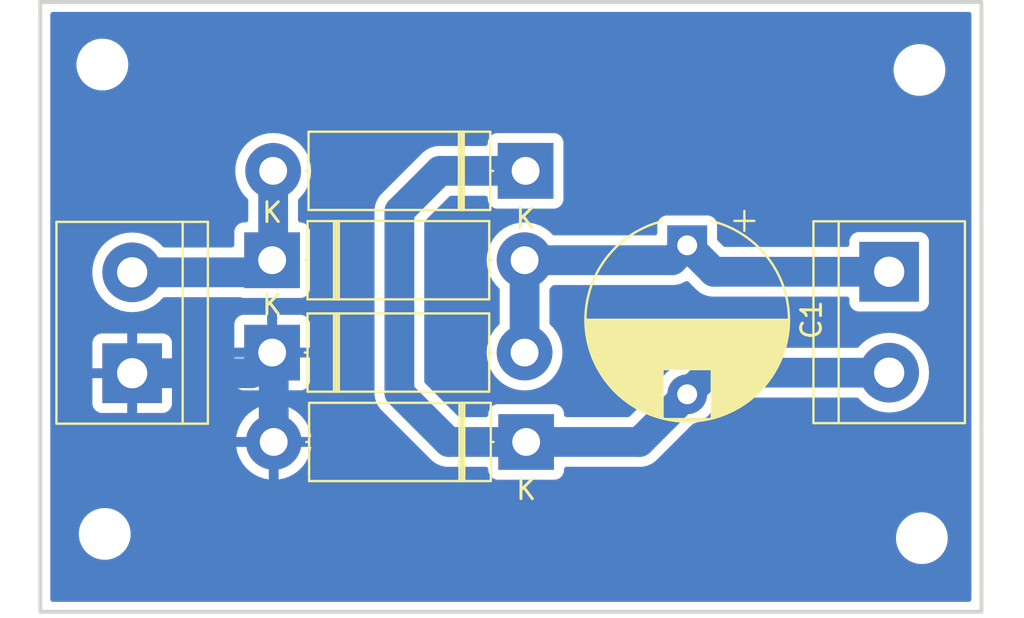
<source format=kicad_pcb>
(kicad_pcb (version 20240108) (generator "pcbnew") (generator_version "8.0")
  (layers (0 "F.Cu" signal) (31 "B.Cu" signal) (34 "B.Paste" user) (35 "F.Paste" user) (36 "B.SilkS" user "B.Silkscreen") (37 "F.SilkS" user "F.Silkscreen") (38 "B.Mask" user) (39 "F.Mask" user) (44 "Edge.Cuts" user))
  (net 0 "")
  (net 1 "Net-(D1-A)")
  (net 2 "Net-(D3-K)")
  (net 3 "Net-(D1-K)")
  (net 4 "GND")
  (footprint "MountingHole:MountingHole_2.1mm" (layer "F.Cu") (at 133.604 80.772)
    (property "Reference" "H3" (hide yes))
    (property "Value" "MountingHole")
    (pad "" np_thru_hole circle (at 0 0) (size 2.1 2.1) (drill 2.1) (layers "*.Cu" "*.Mask"))
  )
  (footprint "MountingHole:MountingHole_2.1mm" (layer "F.Cu") (at 92.5 80.5)
    (property "Reference" "H1" (hide yes))
    (property "Value" "MountingHole")
    (pad "" np_thru_hole circle (at 0 0) (size 2.1 2.1) (drill 2.1) (layers "*.Cu" "*.Mask"))
  )
  (footprint "Diode_THT:D_5W_P12.70mm_Horizontal" (layer "F.Cu") (at 101.04 90.35)
    (property "Reference" "D1" (hide yes))
    (property "Value" "D" (hide yes))
    (fp_line (start 1.64 0) (end 1.78 0) (stroke (width 0.12)) (layer "F.SilkS"))
    (fp_line (start 1.78 -1.97) (end 1.78 1.97) (stroke (width 0.12)) (layer "F.SilkS"))
    (fp_line (start 1.78 1.97) (end 10.92 1.97) (stroke (width 0.12)) (layer "F.SilkS"))
    (fp_line (start 3.115 -1.97) (end 3.115 1.97) (stroke (width 0.12)) (layer "F.SilkS"))
    (fp_line (start 3.235 -1.97) (end 3.235 1.97) (stroke (width 0.12)) (layer "F.SilkS"))
    (fp_line (start 3.355 -1.97) (end 3.355 1.97) (stroke (width 0.12)) (layer "F.SilkS"))
    (fp_line (start 10.92 -1.97) (end 1.78 -1.97) (stroke (width 0.12)) (layer "F.SilkS"))
    (fp_line (start 10.92 1.97) (end 10.92 -1.97) (stroke (width 0.12)) (layer "F.SilkS"))
    (fp_line (start 11.06 0) (end 10.92 0) (stroke (width 0.12)) (layer "F.SilkS"))
    (fp_text user "K" (at 0 -2.4 0) (layer "F.SilkS"))
    (pad "1" thru_hole rect (at 0 0) (size 2.8 2.8) (drill 1.4) (layers "*.Cu" "*.Mask") (net 3 "Net-(D1-K)"))
    (pad "2" thru_hole oval (at 12.7 0) (size 2.8 2.8) (drill 1.4) (layers "*.Cu" "*.Mask") (net 1 "Net-(D1-A)"))
  )
  (footprint "Diode_THT:D_5W_P12.70mm_Horizontal" (layer "F.Cu") (at 101.04 95)
    (property "Reference" "D2" (hide yes))
    (property "Value" "D" (hide yes))
    (fp_line (start 1.64 0) (end 1.78 0) (stroke (width 0.12)) (layer "F.SilkS"))
    (fp_line (start 1.78 -1.97) (end 1.78 1.97) (stroke (width 0.12)) (layer "F.SilkS"))
    (fp_line (start 1.78 1.97) (end 10.92 1.97) (stroke (width 0.12)) (layer "F.SilkS"))
    (fp_line (start 3.115 -1.97) (end 3.115 1.97) (stroke (width 0.12)) (layer "F.SilkS"))
    (fp_line (start 3.235 -1.97) (end 3.235 1.97) (stroke (width 0.12)) (layer "F.SilkS"))
    (fp_line (start 3.355 -1.97) (end 3.355 1.97) (stroke (width 0.12)) (layer "F.SilkS"))
    (fp_line (start 10.92 -1.97) (end 1.78 -1.97) (stroke (width 0.12)) (layer "F.SilkS"))
    (fp_line (start 10.92 1.97) (end 10.92 -1.97) (stroke (width 0.12)) (layer "F.SilkS"))
    (fp_line (start 11.06 0) (end 10.92 0) (stroke (width 0.12)) (layer "F.SilkS"))
    (fp_text user "K" (at 0 -2.4 0) (layer "F.SilkS"))
    (pad "1" thru_hole rect (at 0 0) (size 2.8 2.8) (drill 1.4) (layers "*.Cu" "*.Mask") (net 4 "GND"))
    (pad "2" thru_hole oval (at 12.7 0) (size 2.8 2.8) (drill 1.4) (layers "*.Cu" "*.Mask") (net 1 "Net-(D1-A)"))
  )
  (footprint "MountingHole:MountingHole_2.1mm" (layer "F.Cu") (at 92.62 104.13)
    (property "Reference" "H2" (hide yes))
    (property "Value" "MountingHole")
    (pad "" np_thru_hole circle (at 0 0) (size 2.1 2.1) (drill 2.1) (layers "*.Cu" "*.Mask"))
  )
  (footprint "Diode_THT:D_5W_P12.70mm_Horizontal" (layer "F.Cu") (at 113.792 85.852 180)
    (property "Reference" "D3" (hide yes))
    (property "Value" "D" (hide yes))
    (fp_line (start 11.06 0) (end 10.92 0) (stroke (width 0.12)) (layer "F.SilkS"))
    (fp_line (start 10.92 1.97) (end 10.92 -1.97) (stroke (width 0.12)) (layer "F.SilkS"))
    (fp_line (start 10.92 -1.97) (end 1.78 -1.97) (stroke (width 0.12)) (layer "F.SilkS"))
    (fp_line (start 3.355 -1.97) (end 3.355 1.97) (stroke (width 0.12)) (layer "F.SilkS"))
    (fp_line (start 3.235 -1.97) (end 3.235 1.97) (stroke (width 0.12)) (layer "F.SilkS"))
    (fp_line (start 3.115 -1.97) (end 3.115 1.97) (stroke (width 0.12)) (layer "F.SilkS"))
    (fp_line (start 1.78 1.97) (end 10.92 1.97) (stroke (width 0.12)) (layer "F.SilkS"))
    (fp_line (start 1.78 -1.97) (end 1.78 1.97) (stroke (width 0.12)) (layer "F.SilkS"))
    (fp_line (start 1.64 0) (end 1.78 0) (stroke (width 0.12)) (layer "F.SilkS"))
    (fp_text user "K" (at 0 -2.4 0) (layer "F.SilkS"))
    (pad "1" thru_hole rect (at 0 0 180) (size 2.8 2.8) (drill 1.4) (layers "*.Cu" "*.Mask") (net 2 "Net-(D3-K)"))
    (pad "2" thru_hole oval (at 12.7 0 180) (size 2.8 2.8) (drill 1.4) (layers "*.Cu" "*.Mask") (net 3 "Net-(D1-K)"))
  )
  (footprint "Capacitor_THT:CP_Radial_D10.0mm_P7.50mm" (layer "F.Cu") (at 121.92 89.600323 -90)
    (property "Reference" "C1" (at 3.75 -6.25 90) (layer "F.SilkS"))
    (property "Value" "C_Polarized")
    (fp_line (start 6.271 1.241) (end 6.271 4.417) (stroke (width 0.12)) (layer "F.SilkS"))
    (fp_line (start 6.311 1.241) (end 6.311 4.395) (stroke (width 0.12)) (layer "F.SilkS"))
    (fp_line (start 6.351 1.241) (end 6.351 4.371) (stroke (width 0.12)) (layer "F.SilkS"))
    (fp_line (start 6.391 1.241) (end 6.391 4.347) (stroke (width 0.12)) (layer "F.SilkS"))
    (fp_line (start 6.431 1.241) (end 6.431 4.323) (stroke (width 0.12)) (layer "F.SilkS"))
    (fp_line (start 6.471 1.241) (end 6.471 4.298) (stroke (width 0.12)) (layer "F.SilkS"))
    (fp_line (start 6.511 1.241) (end 6.511 4.273) (stroke (width 0.12)) (layer "F.SilkS"))
    (fp_line (start 6.551 1.241) (end 6.551 4.247) (stroke (width 0.12)) (layer "F.SilkS"))
    (fp_line (start 6.591 1.241) (end 6.591 4.221) (stroke (width 0.12)) (layer "F.SilkS"))
    (fp_line (start 6.631 1.241) (end 6.631 4.194) (stroke (width 0.12)) (layer "F.SilkS"))
    (fp_line (start 6.671 1.241) (end 6.671 4.166) (stroke (width 0.12)) (layer "F.SilkS"))
    (fp_line (start 6.711 1.241) (end 6.711 4.138) (stroke (width 0.12)) (layer "F.SilkS"))
    (fp_line (start 6.751 1.241) (end 6.751 4.11) (stroke (width 0.12)) (layer "F.SilkS"))
    (fp_line (start 6.791 1.241) (end 6.791 4.08) (stroke (width 0.12)) (layer "F.SilkS"))
    (fp_line (start 6.831 1.241) (end 6.831 4.05) (stroke (width 0.12)) (layer "F.SilkS"))
    (fp_line (start 6.871 1.241) (end 6.871 4.02) (stroke (width 0.12)) (layer "F.SilkS"))
    (fp_line (start 6.911 1.241) (end 6.911 3.989) (stroke (width 0.12)) (layer "F.SilkS"))
    (fp_line (start 6.951 1.241) (end 6.951 3.957) (stroke (width 0.12)) (layer "F.SilkS"))
    (fp_line (start 6.991 1.241) (end 6.991 3.925) (stroke (width 0.12)) (layer "F.SilkS"))
    (fp_line (start 7.031 1.241) (end 7.031 3.892) (stroke (width 0.12)) (layer "F.SilkS"))
    (fp_line (start 7.071 1.241) (end 7.071 3.858) (stroke (width 0.12)) (layer "F.SilkS"))
    (fp_line (start 7.111 1.241) (end 7.111 3.824) (stroke (width 0.12)) (layer "F.SilkS"))
    (fp_line (start 7.151 1.241) (end 7.151 3.789) (stroke (width 0.12)) (layer "F.SilkS"))
    (fp_line (start 7.191 1.241) (end 7.191 3.753) (stroke (width 0.12)) (layer "F.SilkS"))
    (fp_line (start 7.231 1.241) (end 7.231 3.716) (stroke (width 0.12)) (layer "F.SilkS"))
    (fp_line (start 7.271 1.241) (end 7.271 3.679) (stroke (width 0.12)) (layer "F.SilkS"))
    (fp_line (start 7.311 1.241) (end 7.311 3.64) (stroke (width 0.12)) (layer "F.SilkS"))
    (fp_line (start 7.351 1.241) (end 7.351 3.601) (stroke (width 0.12)) (layer "F.SilkS"))
    (fp_line (start 7.391 1.241) (end 7.391 3.561) (stroke (width 0.12)) (layer "F.SilkS"))
    (fp_line (start 7.431 1.241) (end 7.431 3.52) (stroke (width 0.12)) (layer "F.SilkS"))
    (fp_line (start 7.471 1.241) (end 7.471 3.478) (stroke (width 0.12)) (layer "F.SilkS"))
    (fp_line (start 7.511 1.241) (end 7.511 3.436) (stroke (width 0.12)) (layer "F.SilkS"))
    (fp_line (start 7.551 1.241) (end 7.551 3.392) (stroke (width 0.12)) (layer "F.SilkS"))
    (fp_line (start 7.591 1.241) (end 7.591 3.347) (stroke (width 0.12)) (layer "F.SilkS"))
    (fp_line (start 7.631 1.241) (end 7.631 3.301) (stroke (width 0.12)) (layer "F.SilkS"))
    (fp_line (start 7.671 1.241) (end 7.671 3.254) (stroke (width 0.12)) (layer "F.SilkS"))
    (fp_line (start 7.711 1.241) (end 7.711 3.206) (stroke (width 0.12)) (layer "F.SilkS"))
    (fp_line (start 7.751 1.241) (end 7.751 3.156) (stroke (width 0.12)) (layer "F.SilkS"))
    (fp_line (start 7.791 1.241) (end 7.791 3.106) (stroke (width 0.12)) (layer "F.SilkS"))
    (fp_line (start 7.831 1.241) (end 7.831 3.054) (stroke (width 0.12)) (layer "F.SilkS"))
    (fp_line (start 7.871 1.241) (end 7.871 3) (stroke (width 0.12)) (layer "F.SilkS"))
    (fp_line (start 7.911 1.241) (end 7.911 2.945) (stroke (width 0.12)) (layer "F.SilkS"))
    (fp_line (start 7.951 1.241) (end 7.951 2.889) (stroke (width 0.12)) (layer "F.SilkS"))
    (fp_line (start 7.991 1.241) (end 7.991 2.83) (stroke (width 0.12)) (layer "F.SilkS"))
    (fp_line (start 8.031 1.241) (end 8.031 2.77) (stroke (width 0.12)) (layer "F.SilkS"))
    (fp_line (start 8.071 1.241) (end 8.071 2.709) (stroke (width 0.12)) (layer "F.SilkS"))
    (fp_line (start 8.111 1.241) (end 8.111 2.645) (stroke (width 0.12)) (layer "F.SilkS"))
    (fp_line (start 8.151 1.241) (end 8.151 2.579) (stroke (width 0.12)) (layer "F.SilkS"))
    (fp_line (start 8.191 1.241) (end 8.191 2.51) (stroke (width 0.12)) (layer "F.SilkS"))
    (fp_line (start 8.231 1.241) (end 8.231 2.439) (stroke (width 0.12)) (layer "F.SilkS"))
    (fp_line (start 8.271 1.241) (end 8.271 2.365) (stroke (width 0.12)) (layer "F.SilkS"))
    (fp_line (start 8.311 1.241) (end 8.311 2.289) (stroke (width 0.12)) (layer "F.SilkS"))
    (fp_line (start 8.351 1.241) (end 8.351 2.209) (stroke (width 0.12)) (layer "F.SilkS"))
    (fp_line (start 8.391 1.241) (end 8.391 2.125) (stroke (width 0.12)) (layer "F.SilkS"))
    (fp_line (start 8.431 1.241) (end 8.431 2.037) (stroke (width 0.12)) (layer "F.SilkS"))
    (fp_line (start 8.471 1.241) (end 8.471 1.944) (stroke (width 0.12)) (layer "F.SilkS"))
    (fp_line (start 8.511 1.241) (end 8.511 1.846) (stroke (width 0.12)) (layer "F.SilkS"))
    (fp_line (start 8.551 1.241) (end 8.551 1.742) (stroke (width 0.12)) (layer "F.SilkS"))
    (fp_line (start 8.591 1.241) (end 8.591 1.63) (stroke (width 0.12)) (layer "F.SilkS"))
    (fp_line (start 8.631 1.241) (end 8.631 1.51) (stroke (width 0.12)) (layer "F.SilkS"))
    (fp_line (start 8.671 1.241) (end 8.671 1.378) (stroke (width 0.12)) (layer "F.SilkS"))
    (fp_line (start 8.831 -0.599) (end 8.831 0.599) (stroke (width 0.12)) (layer "F.SilkS"))
    (fp_line (start 8.791 -0.862) (end 8.791 0.862) (stroke (width 0.12)) (layer "F.SilkS"))
    (fp_line (start 8.751 -1.062) (end 8.751 1.062) (stroke (width 0.12)) (layer "F.SilkS"))
    (fp_line (start 8.671 -1.378) (end 8.671 -1.241) (stroke (width 0.12)) (layer "F.SilkS"))
    (fp_line (start 8.631 -1.51) (end 8.631 -1.241) (stroke (width 0.12)) (layer "F.SilkS"))
    (fp_line (start 8.591 -1.63) (end 8.591 -1.241) (stroke (width 0.12)) (layer "F.SilkS"))
    (fp_line (start 8.551 -1.742) (end 8.551 -1.241) (stroke (width 0.12)) (layer "F.SilkS"))
    (fp_line (start 8.511 -1.846) (end 8.511 -1.241) (stroke (width 0.12)) (layer "F.SilkS"))
    (fp_line (start 8.471 -1.944) (end 8.471 -1.241) (stroke (width 0.12)) (layer "F.SilkS"))
    (fp_line (start 8.431 -2.037) (end 8.431 -1.241) (stroke (width 0.12)) (layer "F.SilkS"))
    (fp_line (start 8.391 -2.125) (end 8.391 -1.241) (stroke (width 0.12)) (layer "F.SilkS"))
    (fp_line (start 8.351 -2.209) (end 8.351 -1.241) (stroke (width 0.12)) (layer "F.SilkS"))
    (fp_line (start 8.311 -2.289) (end 8.311 -1.241) (stroke (width 0.12)) (layer "F.SilkS"))
    (fp_line (start 8.271 -2.365) (end 8.271 -1.241) (stroke (width 0.12)) (layer "F.SilkS"))
    (fp_line (start 8.231 -2.439) (end 8.231 -1.241) (stroke (width 0.12)) (layer "F.SilkS"))
    (fp_line (start 8.191 -2.51) (end 8.191 -1.241) (stroke (width 0.12)) (layer "F.SilkS"))
    (fp_line (start 8.151 -2.579) (end 8.151 -1.241) (stroke (width 0.12)) (layer "F.SilkS"))
    (fp_line (start 8.111 -2.645) (end 8.111 -1.241) (stroke (width 0.12)) (layer "F.SilkS"))
    (fp_line (start 8.071 -2.709) (end 8.071 -1.241) (stroke (width 0.12)) (layer "F.SilkS"))
    (fp_line (start 8.031 -2.77) (end 8.031 -1.241) (stroke (width 0.12)) (layer "F.SilkS"))
    (fp_line (start 7.991 -2.83) (end 7.991 -1.241) (stroke (width 0.12)) (layer "F.SilkS"))
    (fp_line (start -1.729646 -2.875) (end -0.729646 -2.875) (stroke (width 0.12)) (layer "F.SilkS"))
    (fp_line (start 7.951 -2.889) (end 7.951 -1.241) (stroke (width 0.12)) (layer "F.SilkS"))
    (fp_line (start 7.911 -2.945) (end 7.911 -1.241) (stroke (width 0.12)) (layer "F.SilkS"))
    (fp_line (start 7.871 -3) (end 7.871 -1.241) (stroke (width 0.12)) (layer "F.SilkS"))
    (fp_line (start 7.831 -3.054) (end 7.831 -1.241) (stroke (width 0.12)) (layer "F.SilkS"))
    (fp_line (start 7.791 -3.106) (end 7.791 -1.241) (stroke (width 0.12)) (layer "F.SilkS"))
    (fp_line (start 7.751 -3.156) (end 7.751 -1.241) (stroke (width 0.12)) (layer "F.SilkS"))
    (fp_line (start 7.711 -3.206) (end 7.711 -1.241) (stroke (width 0.12)) (layer "F.SilkS"))
    (fp_line (start 7.671 -3.254) (end 7.671 -1.241) (stroke (width 0.12)) (layer "F.SilkS"))
    (fp_line (start 7.631 -3.301) (end 7.631 -1.241) (stroke (width 0.12)) (layer "F.SilkS"))
    (fp_line (start 7.591 -3.347) (end 7.591 -1.241) (stroke (width 0.12)) (layer "F.SilkS"))
    (fp_line (start -1.229646 -3.375) (end -1.229646 -2.375) (stroke (width 0.12)) (layer "F.SilkS"))
    (fp_line (start 7.551 -3.392) (end 7.551 -1.241) (stroke (width 0.12)) (layer "F.SilkS"))
    (fp_line (start 7.511 -3.436) (end 7.511 -1.241) (stroke (width 0.12)) (layer "F.SilkS"))
    (fp_line (start 7.471 -3.478) (end 7.471 -1.241) (stroke (width 0.12)) (layer "F.SilkS"))
    (fp_line (start 7.431 -3.52) (end 7.431 -1.241) (stroke (width 0.12)) (layer "F.SilkS"))
    (fp_line (start 7.391 -3.561) (end 7.391 -1.241) (stroke (width 0.12)) (layer "F.SilkS"))
    (fp_line (start 7.351 -3.601) (end 7.351 -1.241) (stroke (width 0.12)) (layer "F.SilkS"))
    (fp_line (start 7.311 -3.64) (end 7.311 -1.241) (stroke (width 0.12)) (layer "F.SilkS"))
    (fp_line (start 7.271 -3.679) (end 7.271 -1.241) (stroke (width 0.12)) (layer "F.SilkS"))
    (fp_line (start 7.231 -3.716) (end 7.231 -1.241) (stroke (width 0.12)) (layer "F.SilkS"))
    (fp_line (start 7.191 -3.753) (end 7.191 -1.241) (stroke (width 0.12)) (layer "F.SilkS"))
    (fp_line (start 7.151 -3.789) (end 7.151 -1.241) (stroke (width 0.12)) (layer "F.SilkS"))
    (fp_line (start 7.111 -3.824) (end 7.111 -1.241) (stroke (width 0.12)) (layer "F.SilkS"))
    (fp_line (start 7.071 -3.858) (end 7.071 -1.241) (stroke (width 0.12)) (layer "F.SilkS"))
    (fp_line (start 7.031 -3.892) (end 7.031 -1.241) (stroke (width 0.12)) (layer "F.SilkS"))
    (fp_line (start 6.991 -3.925) (end 6.991 -1.241) (stroke (width 0.12)) (layer "F.SilkS"))
    (fp_line (start 6.951 -3.957) (end 6.951 -1.241) (stroke (width 0.12)) (layer "F.SilkS"))
    (fp_line (start 6.911 -3.989) (end 6.911 -1.241) (stroke (width 0.12)) (layer "F.SilkS"))
    (fp_line (start 6.871 -4.02) (end 6.871 -1.241) (stroke (width 0.12)) (layer "F.SilkS"))
    (fp_line (start 6.831 -4.05) (end 6.831 -1.241) (stroke (width 0.12)) (layer "F.SilkS"))
    (fp_line (start 6.791 -4.08) (end 6.791 -1.241) (stroke (width 0.12)) (layer "F.SilkS"))
    (fp_line (start 6.751 -4.11) (end 6.751 -1.241) (stroke (width 0.12)) (layer "F.SilkS"))
    (fp_line (start 6.711 -4.138) (end 6.711 -1.241) (stroke (width 0.12)) (layer "F.SilkS"))
    (fp_line (start 6.671 -4.166) (end 6.671 -1.241) (stroke (width 0.12)) (layer "F.SilkS"))
    (fp_line (start 6.631 -4.194) (end 6.631 -1.241) (stroke (width 0.12)) (layer "F.SilkS"))
    (fp_line (start 6.591 -4.221) (end 6.591 -1.241) (stroke (width 0.12)) (layer "F.SilkS"))
    (fp_line (start 6.551 -4.247) (end 6.551 -1.241) (stroke (width 0.12)) (layer "F.SilkS"))
    (fp_line (start 6.511 -4.273) (end 6.511 -1.241) (stroke (width 0.12)) (layer "F.SilkS"))
    (fp_line (start 6.471 -4.298) (end 6.471 -1.241) (stroke (width 0.12)) (layer "F.SilkS"))
    (fp_line (start 6.431 -4.323) (end 6.431 -1.241) (stroke (width 0.12)) (layer "F.SilkS"))
    (fp_line (start 6.391 -4.347) (end 6.391 -1.241) (stroke (width 0.12)) (layer "F.SilkS"))
    (fp_line (start 6.351 -4.371) (end 6.351 -1.241) (stroke (width 0.12)) (layer "F.SilkS"))
    (fp_line (start 6.311 -4.395) (end 6.311 -1.241) (stroke (width 0.12)) (layer "F.SilkS"))
    (fp_line (start 6.271 -4.417) (end 6.271 -1.241) (stroke (width 0.12)) (layer "F.SilkS"))
    (fp_line (start 6.231 -4.44) (end 6.231 4.44) (stroke (width 0.12)) (layer "F.SilkS"))
    (fp_line (start 6.191 -4.462) (end 6.191 4.462) (stroke (width 0.12)) (layer "F.SilkS"))
    (fp_line (start 6.151 -4.483) (end 6.151 4.483) (stroke (width 0.12)) (layer "F.SilkS"))
    (fp_line (start 6.111 -4.504) (end 6.111 4.504) (stroke (width 0.12)) (layer "F.SilkS"))
    (fp_line (start 6.071 -4.525) (end 6.071 4.525) (stroke (width 0.12)) (layer "F.SilkS"))
    (fp_line (start 6.031 -4.545) (end 6.031 4.545) (stroke (width 0.12)) (layer "F.SilkS"))
    (fp_line (start 5.991 -4.564) (end 5.991 4.564) (stroke (width 0.12)) (layer "F.SilkS"))
    (fp_line (start 5.951 -4.584) (end 5.951 4.584) (stroke (width 0.12)) (layer "F.SilkS"))
    (fp_line (start 5.911 -4.603) (end 5.911 4.603) (stroke (width 0.12)) (layer "F.SilkS"))
    (fp_line (start 5.871 -4.621) (end 5.871 4.621) (stroke (width 0.12)) (layer "F.SilkS"))
    (fp_line (start 5.831 -4.639) (end 5.831 4.639) (stroke (width 0.12)) (layer "F.SilkS"))
    (fp_line (start 5.791 -4.657) (end 5.791 4.657) (stroke (width 0.12)) (layer "F.SilkS"))
    (fp_line (start 5.751 -4.674) (end 5.751 4.674) (stroke (width 0.12)) (layer "F.SilkS"))
    (fp_line (start 5.711 -4.69) (end 5.711 4.69) (stroke (width 0.12)) (layer "F.SilkS"))
    (fp_line (start 5.671 -4.707) (end 5.671 4.707) (stroke (width 0.12)) (layer "F.SilkS"))
    (fp_line (start 5.631 -4.723) (end 5.631 4.723) (stroke (width 0.12)) (layer "F.SilkS"))
    (fp_line (start 5.591 -4.738) (end 5.591 4.738) (stroke (width 0.12)) (layer "F.SilkS"))
    (fp_line (start 5.551 -4.754) (end 5.551 4.754) (stroke (width 0.12)) (layer "F.SilkS"))
    (fp_line (start 5.511 -4.768) (end 5.511 4.768) (stroke (width 0.12)) (layer "F.SilkS"))
    (fp_line (start 5.471 -4.783) (end 5.471 4.783) (stroke (width 0.12)) (layer "F.SilkS"))
    (fp_line (start 5.431 -4.797) (end 5.431 4.797) (stroke (width 0.12)) (layer "F.SilkS"))
    (fp_line (start 5.391 -4.811) (end 5.391 4.811) (stroke (width 0.12)) (layer "F.SilkS"))
    (fp_line (start 5.351 -4.824) (end 5.351 4.824) (stroke (width 0.12)) (layer "F.SilkS"))
    (fp_line (start 5.311 -4.837) (end 5.311 4.837) (stroke (width 0.12)) (layer "F.SilkS"))
    (fp_line (start 5.271 -4.85) (end 5.271 4.85) (stroke (width 0.12)) (layer "F.SilkS"))
    (fp_line (start 5.231 -4.862) (end 5.231 4.862) (stroke (width 0.12)) (layer "F.SilkS"))
    (fp_line (start 5.191 -4.874) (end 5.191 4.874) (stroke (width 0.12)) (layer "F.SilkS"))
    (fp_line (start 5.151 -4.885) (end 5.151 4.885) (stroke (width 0.12)) (layer "F.SilkS"))
    (fp_line (start 5.111 -4.897) (end 5.111 4.897) (stroke (width 0.12)) (layer "F.SilkS"))
    (fp_line (start 5.071 -4.907) (end 5.071 4.907) (stroke (width 0.12)) (layer "F.SilkS"))
    (fp_line (start 5.031 -4.918) (end 5.031 4.918) (stroke (width 0.12)) (layer "F.SilkS"))
    (fp_line (start 4.991 -4.928) (end 4.991 4.928) (stroke (width 0.12)) (layer "F.SilkS"))
    (fp_line (start 4.951 -4.938) (end 4.951 4.938) (stroke (width 0.12)) (layer "F.SilkS"))
    (fp_line (start 4.911 -4.947) (end 4.911 4.947) (stroke (width 0.12)) (layer "F.SilkS"))
    (fp_line (start 4.871 -4.956) (end 4.871 4.956) (stroke (width 0.12)) (layer "F.SilkS"))
    (fp_line (start 4.831 -4.965) (end 4.831 4.965) (stroke (width 0.12)) (layer "F.SilkS"))
    (fp_line (start 4.791 -4.974) (end 4.791 4.974) (stroke (width 0.12)) (layer "F.SilkS"))
    (fp_line (start 4.751 -4.982) (end 4.751 4.982) (stroke (width 0.12)) (layer "F.SilkS"))
    (fp_line (start 4.711 -4.99) (end 4.711 4.99) (stroke (width 0.12)) (layer "F.SilkS"))
    (fp_line (start 4.671 -4.997) (end 4.671 4.997) (stroke (width 0.12)) (layer "F.SilkS"))
    (fp_line (start 4.631 -5.004) (end 4.631 5.004) (stroke (width 0.12)) (layer "F.SilkS"))
    (fp_line (start 4.591 -5.011) (end 4.591 5.011) (stroke (width 0.12)) (layer "F.SilkS"))
    (fp_line (start 4.551 -5.018) (end 4.551 5.018) (stroke (width 0.12)) (layer "F.SilkS"))
    (fp_line (start 4.511 -5.024) (end 4.511 5.024) (stroke (width 0.12)) (layer "F.SilkS"))
    (fp_line (start 4.471 -5.03) (end 4.471 5.03) (stroke (width 0.12)) (layer "F.SilkS"))
    (fp_line (start 4.43 -5.035) (end 4.43 5.035) (stroke (width 0.12)) (layer "F.SilkS"))
    (fp_line (start 4.39 -5.04) (end 4.39 5.04) (stroke (width 0.12)) (layer "F.SilkS"))
    (fp_line (start 4.35 -5.045) (end 4.35 5.045) (stroke (width 0.12)) (layer "F.SilkS"))
    (fp_line (start 4.31 -5.05) (end 4.31 5.05) (stroke (width 0.12)) (layer "F.SilkS"))
    (fp_line (start 4.27 -5.054) (end 4.27 5.054) (stroke (width 0.12)) (layer "F.SilkS"))
    (fp_line (start 4.23 -5.058) (end 4.23 5.058) (stroke (width 0.12)) (layer "F.SilkS"))
    (fp_line (start 4.19 -5.062) (end 4.19 5.062) (stroke (width 0.12)) (layer "F.SilkS"))
    (fp_line (start 4.15 -5.065) (end 4.15 5.065) (stroke (width 0.12)) (layer "F.SilkS"))
    (fp_line (start 4.11 -5.068) (end 4.11 5.068) (stroke (width 0.12)) (layer "F.SilkS"))
    (fp_line (start 4.07 -5.07) (end 4.07 5.07) (stroke (width 0.12)) (layer "F.SilkS"))
    (fp_line (start 4.03 -5.073) (end 4.03 5.073) (stroke (width 0.12)) (layer "F.SilkS"))
    (fp_line (start 3.99 -5.075) (end 3.99 5.075) (stroke (width 0.12)) (layer "F.SilkS"))
    (fp_line (start 3.95 -5.077) (end 3.95 5.077) (stroke (width 0.12)) (layer "F.SilkS"))
    (fp_line (start 3.91 -5.078) (end 3.91 5.078) (stroke (width 0.12)) (layer "F.SilkS"))
    (fp_line (start 3.87 -5.079) (end 3.87 5.079) (stroke (width 0.12)) (layer "F.SilkS"))
    (fp_line (start 3.75 -5.08) (end 3.75 5.08) (stroke (width 0.12)) (layer "F.SilkS"))
    (fp_line (start 3.79 -5.08) (end 3.79 5.08) (stroke (width 0.12)) (layer "F.SilkS"))
    (fp_line (start 3.83 -5.08) (end 3.83 5.08) (stroke (width 0.12)) (layer "F.SilkS"))
    (fp_arc (start -1.21254 -1.26) (mid 8.87 0) (end -1.21254 1.26) (stroke (width 0.12)) (layer "F.SilkS"))
    (pad "1" thru_hole rect (at 0 0 270) (size 2 2) (drill 1) (layers "*.Cu" "*.Mask") (net 1 "Net-(D1-A)"))
    (pad "2" thru_hole circle (at 7.5 0 270) (size 2 2) (drill 1) (layers "*.Cu" "*.Mask") (net 2 "Net-(D3-K)"))
  )
  (footprint "TerminalBlock:TerminalBlock_bornier-2_P5.08mm" (layer "F.Cu") (at 94 96.04 90)
    (property "Reference" "J1" (hide yes))
    (property "Value" "Vin")
    (fp_line (start 7.62 -3.81) (end -2.54 -3.81) (stroke (width 0.12)) (layer "F.SilkS"))
    (fp_line (start -2.54 -3.81) (end -2.54 3.81) (stroke (width 0.12)) (layer "F.SilkS"))
    (fp_line (start 7.62 2.54) (end -2.54 2.54) (stroke (width 0.12)) (layer "F.SilkS"))
    (fp_line (start 7.62 3.81) (end 7.62 -3.81) (stroke (width 0.12)) (layer "F.SilkS"))
    (fp_line (start -2.54 3.81) (end 7.62 3.81) (stroke (width 0.12)) (layer "F.SilkS"))
    (pad "1" thru_hole rect (at 0 0 90) (size 3 3) (drill 1.52) (layers "*.Cu" "*.Mask") (net 4 "GND"))
    (pad "2" thru_hole circle (at 5.08 0 90) (size 3 3) (drill 1.52) (layers "*.Cu" "*.Mask") (net 3 "Net-(D1-K)"))
  )
  (footprint "MountingHole:MountingHole_2.1mm" (layer "F.Cu") (at 133.724 104.342)
    (property "Reference" "H4" (hide yes))
    (property "Value" "MountingHole")
    (pad "" np_thru_hole circle (at 0 0) (size 2.1 2.1) (drill 2.1) (layers "*.Cu" "*.Mask"))
  )
  (footprint "TerminalBlock:TerminalBlock_bornier-2_P5.08mm" (layer "F.Cu") (at 132.08 90.932 -90)
    (property "Reference" "J2" (hide yes))
    (property "Value" "Vout")
    (fp_line (start -2.54 3.81) (end 7.62 3.81) (stroke (width 0.12)) (layer "F.SilkS"))
    (fp_line (start 7.62 3.81) (end 7.62 -3.81) (stroke (width 0.12)) (layer "F.SilkS"))
    (fp_line (start 7.62 2.54) (end -2.54 2.54) (stroke (width 0.12)) (layer "F.SilkS"))
    (fp_line (start -2.54 -3.81) (end -2.54 3.81) (stroke (width 0.12)) (layer "F.SilkS"))
    (fp_line (start 7.62 -3.81) (end -2.54 -3.81) (stroke (width 0.12)) (layer "F.SilkS"))
    (pad "1" thru_hole rect (at 0 0 270) (size 3 3) (drill 1.52) (layers "*.Cu" "*.Mask") (net 1 "Net-(D1-A)"))
    (pad "2" thru_hole circle (at 5.08 0 270) (size 3 3) (drill 1.52) (layers "*.Cu" "*.Mask") (net 2 "Net-(D3-K)"))
  )
  (footprint "Diode_THT:D_5W_P12.70mm_Horizontal" (layer "F.Cu") (at 113.82 99.5 180)
    (property "Reference" "D4" (hide yes))
    (property "Value" "D" (hide yes))
    (fp_line (start 11.06 0) (end 10.92 0) (stroke (width 0.12)) (layer "F.SilkS"))
    (fp_line (start 10.92 1.97) (end 10.92 -1.97) (stroke (width 0.12)) (layer "F.SilkS"))
    (fp_line (start 10.92 -1.97) (end 1.78 -1.97) (stroke (width 0.12)) (layer "F.SilkS"))
    (fp_line (start 3.355 -1.97) (end 3.355 1.97) (stroke (width 0.12)) (layer "F.SilkS"))
    (fp_line (start 3.235 -1.97) (end 3.235 1.97) (stroke (width 0.12)) (layer "F.SilkS"))
    (fp_line (start 3.115 -1.97) (end 3.115 1.97) (stroke (width 0.12)) (layer "F.SilkS"))
    (fp_line (start 1.78 1.97) (end 10.92 1.97) (stroke (width 0.12)) (layer "F.SilkS"))
    (fp_line (start 1.78 -1.97) (end 1.78 1.97) (stroke (width 0.12)) (layer "F.SilkS"))
    (fp_line (start 1.64 0) (end 1.78 0) (stroke (width 0.12)) (layer "F.SilkS"))
    (fp_text user "K" (at 0 -2.4 0) (layer "F.SilkS"))
    (pad "1" thru_hole rect (at 0 0 180) (size 2.8 2.8) (drill 1.4) (layers "*.Cu" "*.Mask") (net 2 "Net-(D3-K)"))
    (pad "2" thru_hole oval (at 12.7 0 180) (size 2.8 2.8) (drill 1.4) (layers "*.Cu" "*.Mask") (net 4 "GND"))
  )
  (gr_rect (start 89.38 77.35) (end 136.718 108.05) (stroke (width 0.2)) (fill none) (layer "Edge.Cuts"))
  (segment (start 113.74 95) (end 113.74 90.35) (width 1.5) (layer "B.Cu") (net 1))
  (segment (start 121.170323 90.35) (end 121.92 89.600323) (width 1.5) (layer "B.Cu") (net 1))
  (segment (start 123.251677 90.932) (end 121.92 89.600323) (width 1.5) (layer "B.Cu") (net 1))
  (segment (start 132.08 90.932) (end 123.251677 90.932) (width 1.5) (layer "B.Cu") (net 1))
  (segment (start 113.74 90.35) (end 121.170323 90.35) (width 1.5) (layer "B.Cu") (net 1))
  (segment (start 107.442 97.028) (end 109.914 99.5) (width 1.5) (layer "B.Cu") (net 2))
  (segment (start 113.792 85.852) (end 109.474 85.852) (width 1.5) (layer "B.Cu") (net 2))
  (segment (start 113.82 99.5) (end 119.520323 99.5) (width 1.5) (layer "B.Cu") (net 2))
  (segment (start 119.520323 99.5) (end 121.92 97.100323) (width 1.5) (layer "B.Cu") (net 2))
  (segment (start 107.442 87.884) (end 107.442 97.028) (width 1.5) (layer "B.Cu") (net 2))
  (segment (start 132.08 96.012) (end 123.008323 96.012) (width 1.5) (layer "B.Cu") (net 2))
  (segment (start 123.008323 96.012) (end 121.92 97.100323) (width 1.5) (layer "B.Cu") (net 2))
  (segment (start 109.474 85.852) (end 107.442 87.884) (width 1.5) (layer "B.Cu") (net 2))
  (segment (start 109.914 99.5) (end 113.82 99.5) (width 1.5) (layer "B.Cu") (net 2))
  (segment (start 100.405 90.985) (end 101.04 90.35) (width 1.5) (layer "B.Cu") (net 3))
  (segment (start 94 90.96) (end 100.43 90.96) (width 1.5) (layer "B.Cu") (net 3))
  (segment (start 101.092 90.298) (end 101.04 90.35) (width 1.5) (layer "B.Cu") (net 3))
  (segment (start 100.43 90.96) (end 101.04 90.35) (width 1.5) (layer "B.Cu") (net 3))
  (segment (start 100.93 90.24) (end 101.04 90.35) (width 1.5) (layer "B.Cu") (net 3))
  (segment (start 101.092 85.852) (end 101.092 90.298) (width 1.5) (layer "B.Cu") (net 3))
  (segment (start 94 96.04) (end 100 96.04) (width 1.5) (layer "B.Cu") (net 4))
  (segment (start 101.12 99.5) (end 101.12 95.08) (width 1.5) (layer "B.Cu") (net 4))
  (segment (start 100 96.04) (end 101.04 95) (width 1.5) (layer "B.Cu") (net 4))
  (segment (start 101.12 95.08) (end 101.04 95) (width 1.5) (layer "B.Cu") (net 4))
  (zone (net 4) (net_name "GND") (layer "B.Cu") (connect_pads (clearance 0.5)) (min_thickness 0.25) (fill yes (thermal_gap 0.5) (thermal_bridge_width 0.5))
    (polygon (pts (xy 89.48 77.45) (xy 89.48 107.94) (xy 136.63 107.95) (xy 136.62 77.45)))
  )
)
</source>
